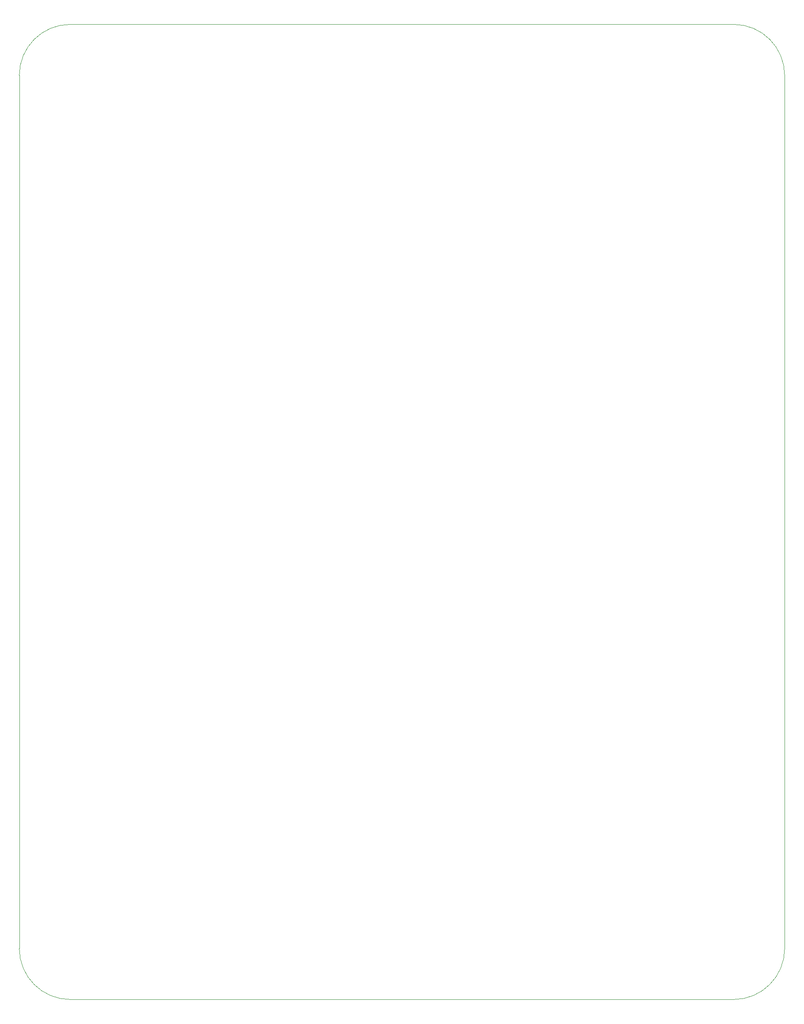
<source format=gbr>
G04 #@! TF.GenerationSoftware,KiCad,Pcbnew,(5.1.9)-1*
G04 #@! TF.CreationDate,2021-09-09T23:55:25+02:00*
G04 #@! TF.ProjectId,RelayControls-HPK,52656c61-7943-46f6-9e74-726f6c732d48,V0.1*
G04 #@! TF.SameCoordinates,Original*
G04 #@! TF.FileFunction,Profile,NP*
%FSLAX46Y46*%
G04 Gerber Fmt 4.6, Leading zero omitted, Abs format (unit mm)*
G04 Created by KiCad (PCBNEW (5.1.9)-1) date 2021-09-09 23:55:25*
%MOMM*%
%LPD*%
G01*
G04 APERTURE LIST*
G04 #@! TA.AperFunction,Profile*
%ADD10C,0.050000*%
G04 #@! TD*
G04 APERTURE END LIST*
D10*
X158000000Y-210000000D02*
X28000000Y-210000000D01*
X168000000Y-29000000D02*
X168000000Y-200000000D01*
X158000000Y-19000000D02*
X28000000Y-19000000D01*
X158000000Y-19000000D02*
G75*
G02*
X168000000Y-29000000I0J-10000000D01*
G01*
X168000000Y-200000000D02*
G75*
G02*
X158000000Y-210000000I-10000000J0D01*
G01*
X18000000Y-200000000D02*
X18000000Y-29000000D01*
X28000000Y-210000000D02*
G75*
G02*
X18000000Y-200000000I0J10000000D01*
G01*
X18000000Y-29000000D02*
G75*
G02*
X28000000Y-19000000I10000000J0D01*
G01*
M02*

</source>
